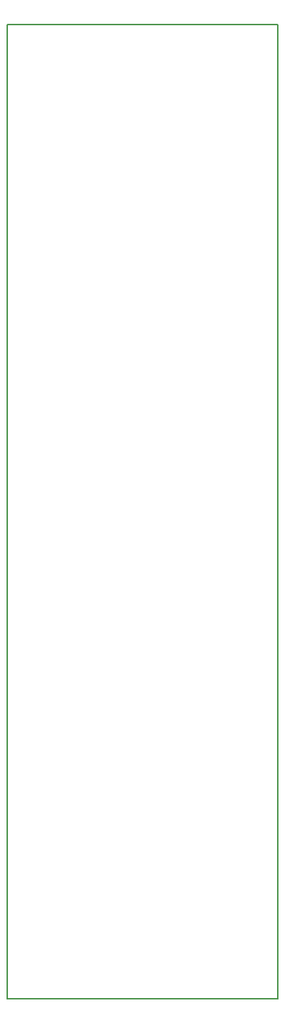
<source format=gbr>
%FSDAX33Y33*%
%MOMM*%
%SFA1B1*%

%IPPOS*%
%ADD10C,0.127000*%
%LNprofile-1*%
%LPD*%
G54D10*
X025399Y126999D02*
Y012699D01*
X057149*
Y126999*
X025399*
M02*
</source>
